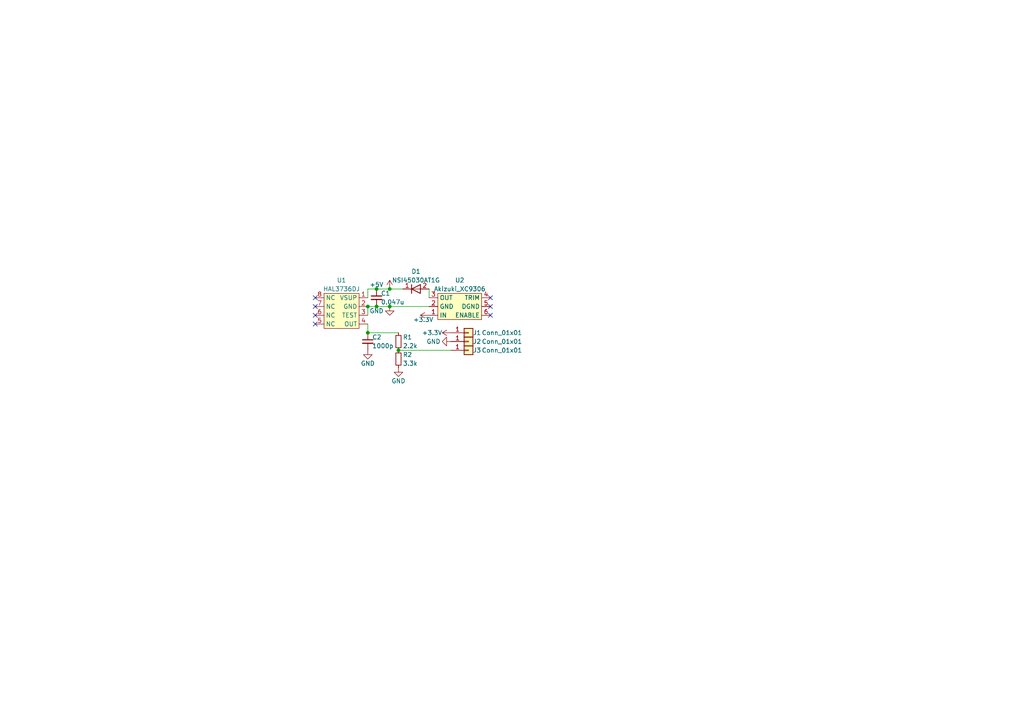
<source format=kicad_sch>
(kicad_sch (version 20211123) (generator eeschema)
  (paper "A4")
  (lib_symbols
    (symbol "Akizuki_XC9306:Akizuki_XC9306"
      (property "Reference" "U" (at -7.62 5.08 0))
      (property "Value" "Akizuki_XC9306" (at 1.27 5.08 0))
      (symbol "Akizuki_XC9306_0_1"
        (rectangle (start -6.35 3.81) (end 6.35 -3.81) (fill (type background)))
      )
      (symbol "Akizuki_XC9306_1_1"
        (pin passive line (at 8.89 2.54 180) (length 2.54) (name "IN") (number "1"))
        (pin passive line (at 8.89 0 180) (length 2.54) (name "GND") (number "2"))
        (pin passive line (at 8.89 -2.54 180) (length 2.54) (name "OUT") (number "3"))
        (pin passive line (at -8.89 -2.54 0) (length 2.54) (name "TRIM") (number "4"))
        (pin passive line (at -8.89 0 0) (length 2.54) (name "DGND") (number "5"))
        (pin passive line (at -8.89 2.54 0) (length 2.54) (name "ENABLE") (number "6"))
      )
    )
    (symbol "Connector_Generic:Conn_01x01" (pin_names (offset 1.016) hide)
      (property "Reference" "J" (at 0 2.54 0))
      (property "Value" "Conn_01x01" (at 0 -2.54 0))
      (symbol "Conn_01x01_1_1"
        (rectangle (start -1.27 0.127) (end 0 -0.127) (stroke (width 0.1524)))
        (rectangle (start -1.27 1.27) (end 1.27 -1.27) (stroke (width 0.254)) (fill (type background)))
        (pin passive line (at -5.08 0 0) (length 3.81) (name "Pin_1") (number "1"))
      )
    )
    (symbol "Device:C_Small" (pin_numbers hide) (pin_names (offset 0.254) hide)
      (property "Reference" "C" (at 0.254 1.778 0))
      (property "Value" "C_Small" (at 0.254 -2.032 0))
      (symbol "C_Small_0_1"
        (polyline (pts (xy -1.524 -0.508) (xy 1.524 -0.508)) (stroke (width 0.3302)))
        (polyline (pts (xy -1.524 0.508) (xy 1.524 0.508)) (stroke (width 0.3048)))
      )
      (symbol "C_Small_1_1"
        (pin passive line (at 0 2.54 270) (length 2.032) (name "~") (number "1"))
        (pin passive line (at 0 -2.54 90) (length 2.032) (name "~") (number "2"))
      )
    )
    (symbol "Device:R_Small" (pin_numbers hide) (pin_names (offset 0.254) hide)
      (property "Reference" "R" (at 0.762 0.508 0))
      (property "Value" "R_Small" (at 0.762 -1.016 0))
      (symbol "R_Small_0_1"
        (rectangle (start -0.762 1.778) (end 0.762 -1.778) (stroke (width 0.2032)))
      )
      (symbol "R_Small_1_1"
        (pin passive line (at 0 2.54 270) (length 0.762) (name "~") (number "1"))
        (pin passive line (at 0 -2.54 90) (length 0.762) (name "~") (number "2"))
      )
    )
    (symbol "HAL3736DJ:HAL3736DJ"
      (property "Reference" "U" (at 7.62 5.08 0))
      (property "Value" "HAL3736DJ" (at 7.62 2.54 0))
      (symbol "HAL3736DJ_0_1"
        (rectangle (start 2.54 1.27) (end 12.7 -8.89) (fill (type background)))
      )
      (symbol "HAL3736DJ_1_1"
        (pin passive line (at 0 0 0) (length 2.54) (name "VSUP") (number "1"))
        (pin passive line (at 0 -2.54 0) (length 2.54) (name "GND") (number "2"))
        (pin passive line (at 0 -5.08 0) (length 2.54) (name "TEST") (number "3"))
        (pin passive line (at 0 -7.62 0) (length 2.54) (name "OUT") (number "4"))
        (pin passive line (at 15.24 -7.62 180) (length 2.54) (name "NC") (number "5"))
        (pin passive line (at 15.24 -5.08 180) (length 2.54) (name "NC") (number "6"))
        (pin passive line (at 15.24 -2.54 180) (length 2.54) (name "NC") (number "7"))
        (pin passive line (at 15.24 0 180) (length 2.54) (name "NC") (number "8"))
      )
    )
    (symbol "NSI45030AT1G:NSI45030AT1G" (pin_names hide)
      (property "Reference" "D" (at 3.81 5.08 0))
      (property "Value" "NSI45030AT1G" (at 3.81 2.54 0))
      (symbol "NSI45030AT1G_0_1"
        (polyline (pts (xy 2.54 1.27) (xy 2.54 -1.27)) (stroke (width 0.254)))
        (polyline (pts (xy 5.08 0) (xy 2.54 0)))
        (polyline (pts (xy 5.08 1.27) (xy 5.08 -1.27) (xy 2.54 0) (xy 5.08 1.27)) (stroke (width 0.254)))
      )
      (symbol "NSI45030AT1G_1_1"
        (pin passive line (at 0 0 0) (length 2.54) (name "K") (number "1"))
        (pin passive line (at 7.62 0 180) (length 2.54) (name "A") (number "2"))
      )
    )
    (symbol "power:+3.3V" (power) (pin_names (offset 0))
      (property "Value" "+3.3V" (at 0 3.556 0))
      (symbol "+3.3V_0_1"
        (polyline (pts (xy -0.762 1.27) (xy 0 2.54)))
        (polyline (pts (xy 0 0) (xy 0 2.54)))
        (polyline (pts (xy 0 2.54) (xy 0.762 1.27)))
      )
      (symbol "+3.3V_1_1"
        (pin power_in line (at 0 0 90) (length 0) hide (name "+3.3V") (number "1"))
      )
    )
    (symbol "power:+5V" (power) (pin_names (offset 0))
      (property "Value" "+5V" (at 0 3.556 0))
      (symbol "+5V_0_1"
        (polyline (pts (xy -0.762 1.27) (xy 0 2.54)))
        (polyline (pts (xy 0 0) (xy 0 2.54)))
        (polyline (pts (xy 0 2.54) (xy 0.762 1.27)))
      )
      (symbol "+5V_1_1"
        (pin power_in line (at 0 0 90) (length 0) hide (name "+5V") (number "1"))
      )
    )
    (symbol "power:GND" (power) (pin_names (offset 0))
      (property "Value" "GND" (at 0 -3.81 0))
      (symbol "GND_0_1"
        (polyline (pts (xy 0 0) (xy 0 -1.27) (xy 1.27 -1.27) (xy 0 -2.54) (xy -1.27 -1.27) (xy 0 -1.27)))
      )
      (symbol "GND_1_1"
        (pin power_in line (at 0 0 270) (length 0) hide (name "GND") (number "1"))
      )
    )
  )
  (junction (at 113.03 83.82))
  (junction (at 115.57 101.6))
  (junction (at 109.22 88.9))
  (junction (at 109.22 83.82))
  (junction (at 106.68 96.52))
  (junction (at 106.68 88.9))
  (junction (at 113.03 88.9))
  (no_connect (at 91.44 93.98))
  (no_connect (at 142.24 86.36))
  (no_connect (at 91.44 86.36))
  (no_connect (at 142.24 91.44))
  (no_connect (at 142.24 88.9))
  (no_connect (at 91.44 88.9))
  (no_connect (at 91.44 91.44))
  (wire (pts (xy 106.68 88.9) (xy 106.68 91.44)))
  (wire (pts (xy 113.03 88.9) (xy 124.46 88.9)))
  (wire (pts (xy 106.68 93.98) (xy 106.68 96.52)))
  (wire (pts (xy 124.46 83.82) (xy 124.46 86.36)))
  (wire (pts (xy 106.68 86.36) (xy 106.68 83.82)))
  (wire (pts (xy 109.22 83.82) (xy 113.03 83.82)))
  (wire (pts (xy 106.68 96.52) (xy 115.57 96.52)))
  (wire (pts (xy 113.03 83.82) (xy 116.84 83.82)))
  (wire (pts (xy 106.68 83.82) (xy 109.22 83.82)))
  (wire (pts (xy 115.57 101.6) (xy 130.81 101.6)))
  (wire (pts (xy 106.68 88.9) (xy 109.22 88.9)))
  (wire (pts (xy 109.22 88.9) (xy 113.03 88.9)))
  (symbol (lib_id "Connector_Generic:Conn_01x01") (at 135.89 99.06 0) (unit 1)
    (property "Reference" "J2" (at 137.16 99.0599 0) (effects (justify left)))
    (property "Value" "Conn_01x01" (at 139.7 99.06 0) (effects (justify left)))
    (property "Footprint" "Connector_Wire:SolderWirePad_1x01_SMD_1x2mm" (effects hide))
  )
  (symbol (lib_id "Device:C_Small") (at 106.68 99.06 0) (unit 1)
    (property "Reference" "C2" (at 107.95 97.79 0) (effects (justify left)))
    (property "Value" "1000p" (at 107.95 100.33 0) (effects (justify left)))
    (property "Footprint" "Capacitor_SMD:C_0603_1608Metric_Pad1.08x0.95mm_HandSolder" (effects hide))
  )
  (symbol (lib_id "Device:R_Small") (at 115.57 99.06 0) (unit 1)
    (property "Reference" "R1" (at 116.84 97.79 0) (effects (justify left)))
    (property "Value" "2.2k" (at 116.84 100.33 0) (effects (justify left)))
    (property "Footprint" "Resistor_SMD:R_0603_1608Metric_Pad0.98x0.95mm_HandSolder" (effects hide))
  )
  (symbol (lib_id "Akizuki_XC9306:Akizuki_XC9306") (at 133.35 88.9 180) (unit 1)
    (property "Reference" "U2" (at 133.35 81.28 0))
    (property "Value" "Akizuki_XC9306" (at 133.35 83.82 0))
    (property "Footprint" "Akizuki_XC9306:Akizuki_XC9306" (effects hide))
  )
  (symbol (lib_id "power:GND") (at 113.03 88.9 0) (unit 1)
    (property "Reference" "#PWR02" (effects hide))
    (property "Value" "GND" (at 109.22 90.17 0))
  )
  (symbol (lib_id "Device:R_Small") (at 115.57 104.14 0) (unit 1)
    (property "Reference" "R2" (at 116.84 102.87 0) (effects (justify left)))
    (property "Value" "3.3k" (at 116.84 105.41 0) (effects (justify left)))
    (property "Footprint" "Resistor_SMD:R_0603_1608Metric_Pad0.98x0.95mm_HandSolder" (effects hide))
  )
  (symbol (lib_id "power:+3.3V") (at 130.81 96.52 90) (unit 1)
    (property "Reference" "#PWR04" (effects hide))
    (property "Value" "+3.3V" (at 128.27 96.52 90) (effects (justify left)))
  )
  (symbol (lib_id "power:+5V") (at 113.03 83.82 0) (unit 1)
    (property "Reference" "#PWR01" (effects hide))
    (property "Value" "+5V" (at 109.22 82.55 0))
  )
  (symbol (lib_id "power:+3.3V") (at 124.46 91.44 90) (unit 1)
    (property "Reference" "#PWR03" (effects hide))
    (property "Value" "+3.3V" (at 125.73 92.71 90) (effects (justify left)))
  )
  (symbol (lib_id "HAL3736DJ:HAL3736DJ") (at 106.68 86.36 0) (mirror y) (unit 1)
    (property "Reference" "U1" (at 99.06 81.28 0))
    (property "Value" "HAL3736DJ" (at 99.06 83.82 0))
    (property "Footprint" "Package_SO:SOIC-8_3.9x4.9mm_P1.27mm" (effects hide))
  )
  (symbol (lib_id "power:GND") (at 106.68 101.6 0) (unit 1)
    (property "Reference" "#PWR06" (effects hide))
    (property "Value" "GND" (at 106.68 105.41 0))
  )
  (symbol (lib_id "Connector_Generic:Conn_01x01") (at 135.89 101.6 0) (unit 1)
    (property "Reference" "J3" (at 137.16 101.5999 0) (effects (justify left)))
    (property "Value" "Conn_01x01" (at 139.7 101.6 0) (effects (justify left)))
    (property "Footprint" "Connector_Wire:SolderWirePad_1x01_SMD_1x2mm" (effects hide))
  )
  (symbol (lib_id "Connector_Generic:Conn_01x01") (at 135.89 96.52 0) (unit 1)
    (property "Reference" "J1" (at 137.16 96.5199 0) (effects (justify left)))
    (property "Value" "Conn_01x01" (at 139.7 96.52 0) (effects (justify left)))
    (property "Footprint" "Connector_Wire:SolderWirePad_1x01_SMD_1x2mm" (effects hide))
  )
  (symbol (lib_id "power:GND") (at 130.81 99.06 270) (unit 1)
    (property "Reference" "#PWR05" (effects hide))
    (property "Value" "GND" (at 125.73 99.06 90))
  )
  (symbol (lib_id "Device:C_Small") (at 109.22 86.36 0) (unit 1)
    (property "Reference" "C1" (at 110.49 85.09 0) (effects (justify left)))
    (property "Value" "0.047u" (at 110.49 87.63 0) (effects (justify left)))
    (property "Footprint" "Capacitor_SMD:C_0603_1608Metric_Pad1.08x0.95mm_HandSolder" (effects hide))
  )
  (symbol (lib_id "NSI45030AT1G:NSI45030AT1G") (at 116.84 83.82 0) (unit 1)
    (property "Reference" "D1" (at 120.65 78.74 0))
    (property "Value" "NSI45030AT1G" (at 120.65 81.28 0))
    (property "Footprint" "NSI45030AT1G:NSI45030AT1G" (effects hide))
    (property "Datasheet" "http://www.onsemi.com/pub/Collateral/NSI45030A-D.PDF" (effects hide))
    (property "Footprint_1" "SOD3716X135N" (effects hide))
    (property "Height" "1.35" (effects hide))
    (property "Manufacturer_Name" "onsemi" (effects hide))
    (property "Manufacturer_Part_Number" "NSI45030AT1G" (effects hide))
    (property "Mouser Part Number" "863-NSI45030AT1G" (effects hide))
    (property "Mouser Price/Stock" "https://www.mouser.co.uk/ProductDetail/onsemi/NSI45030AT1G?qs=lYuAOLy5nvaLfRb95mVxfw%3D%3D" (effects hide))
    (property "Arrow Part Number" "NSI45030AT1G" (effects hide))
    (property "Arrow Price/Stock" "https://www.arrow.com/en/products/nsi45030at1g/on-semiconductor?region=nac" (effects hide))
  )
  (symbol (lib_id "power:GND") (at 115.57 106.68 0) (unit 1)
    (property "Reference" "#PWR07" (effects hide))
    (property "Value" "GND" (at 115.57 110.49 0))
  )
)
</source>
